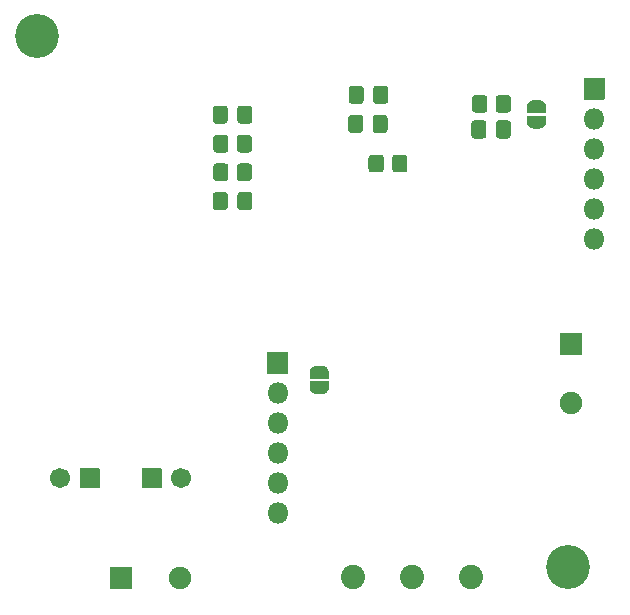
<source format=gbs>
G04 #@! TF.GenerationSoftware,KiCad,Pcbnew,(5.1.8-0-10_14)*
G04 #@! TF.CreationDate,2021-08-13T20:50:48-06:00*
G04 #@! TF.ProjectId,ESP8266_Water_Sensor,45535038-3236-4365-9f57-617465725f53,rev?*
G04 #@! TF.SameCoordinates,Original*
G04 #@! TF.FileFunction,Soldermask,Bot*
G04 #@! TF.FilePolarity,Negative*
%FSLAX46Y46*%
G04 Gerber Fmt 4.6, Leading zero omitted, Abs format (unit mm)*
G04 Created by KiCad (PCBNEW (5.1.8-0-10_14)) date 2021-08-13 20:50:48*
%MOMM*%
%LPD*%
G01*
G04 APERTURE LIST*
%ADD10C,3.716000*%
%ADD11O,1.801600X1.801600*%
%ADD12C,1.901600*%
%ADD13C,0.100000*%
%ADD14C,2.051600*%
%ADD15C,1.701600*%
G04 APERTURE END LIST*
D10*
X252730000Y-125730000D03*
G36*
G01*
X234163200Y-86254583D02*
X234163200Y-85246217D01*
G75*
G02*
X234434817Y-84974600I271617J0D01*
G01*
X235168183Y-84974600D01*
G75*
G02*
X235439800Y-85246217I0J-271617D01*
G01*
X235439800Y-86254583D01*
G75*
G02*
X235168183Y-86526200I-271617J0D01*
G01*
X234434817Y-86526200D01*
G75*
G02*
X234163200Y-86254583I0J271617D01*
G01*
G37*
G36*
G01*
X236238200Y-86254583D02*
X236238200Y-85246217D01*
G75*
G02*
X236509817Y-84974600I271617J0D01*
G01*
X237243183Y-84974600D01*
G75*
G02*
X237514800Y-85246217I0J-271617D01*
G01*
X237514800Y-86254583D01*
G75*
G02*
X237243183Y-86526200I-271617J0D01*
G01*
X236509817Y-86526200D01*
G75*
G02*
X236238200Y-86254583I0J271617D01*
G01*
G37*
G36*
G01*
X234112400Y-88718383D02*
X234112400Y-87710017D01*
G75*
G02*
X234384017Y-87438400I271617J0D01*
G01*
X235117383Y-87438400D01*
G75*
G02*
X235389000Y-87710017I0J-271617D01*
G01*
X235389000Y-88718383D01*
G75*
G02*
X235117383Y-88990000I-271617J0D01*
G01*
X234384017Y-88990000D01*
G75*
G02*
X234112400Y-88718383I0J271617D01*
G01*
G37*
G36*
G01*
X236187400Y-88718383D02*
X236187400Y-87710017D01*
G75*
G02*
X236459017Y-87438400I271617J0D01*
G01*
X237192383Y-87438400D01*
G75*
G02*
X237464000Y-87710017I0J-271617D01*
G01*
X237464000Y-88718383D01*
G75*
G02*
X237192383Y-88990000I-271617J0D01*
G01*
X236459017Y-88990000D01*
G75*
G02*
X236187400Y-88718383I0J271617D01*
G01*
G37*
G36*
G01*
X223933600Y-86922617D02*
X223933600Y-87930983D01*
G75*
G02*
X223661983Y-88202600I-271617J0D01*
G01*
X222928617Y-88202600D01*
G75*
G02*
X222657000Y-87930983I0J271617D01*
G01*
X222657000Y-86922617D01*
G75*
G02*
X222928617Y-86651000I271617J0D01*
G01*
X223661983Y-86651000D01*
G75*
G02*
X223933600Y-86922617I0J-271617D01*
G01*
G37*
G36*
G01*
X226008600Y-86922617D02*
X226008600Y-87930983D01*
G75*
G02*
X225736983Y-88202600I-271617J0D01*
G01*
X225003617Y-88202600D01*
G75*
G02*
X224732000Y-87930983I0J271617D01*
G01*
X224732000Y-86922617D01*
G75*
G02*
X225003617Y-86651000I271617J0D01*
G01*
X225736983Y-86651000D01*
G75*
G02*
X226008600Y-86922617I0J-271617D01*
G01*
G37*
G36*
G01*
X247903400Y-88167217D02*
X247903400Y-89175583D01*
G75*
G02*
X247631783Y-89447200I-271617J0D01*
G01*
X246898417Y-89447200D01*
G75*
G02*
X246626800Y-89175583I0J271617D01*
G01*
X246626800Y-88167217D01*
G75*
G02*
X246898417Y-87895600I271617J0D01*
G01*
X247631783Y-87895600D01*
G75*
G02*
X247903400Y-88167217I0J-271617D01*
G01*
G37*
G36*
G01*
X245828400Y-88167217D02*
X245828400Y-89175583D01*
G75*
G02*
X245556783Y-89447200I-271617J0D01*
G01*
X244823417Y-89447200D01*
G75*
G02*
X244551800Y-89175583I0J271617D01*
G01*
X244551800Y-88167217D01*
G75*
G02*
X244823417Y-87895600I271617J0D01*
G01*
X245556783Y-87895600D01*
G75*
G02*
X245828400Y-88167217I0J-271617D01*
G01*
G37*
G36*
G01*
X226008600Y-94237817D02*
X226008600Y-95246183D01*
G75*
G02*
X225736983Y-95517800I-271617J0D01*
G01*
X225003617Y-95517800D01*
G75*
G02*
X224732000Y-95246183I0J271617D01*
G01*
X224732000Y-94237817D01*
G75*
G02*
X225003617Y-93966200I271617J0D01*
G01*
X225736983Y-93966200D01*
G75*
G02*
X226008600Y-94237817I0J-271617D01*
G01*
G37*
G36*
G01*
X223933600Y-94237817D02*
X223933600Y-95246183D01*
G75*
G02*
X223661983Y-95517800I-271617J0D01*
G01*
X222928617Y-95517800D01*
G75*
G02*
X222657000Y-95246183I0J271617D01*
G01*
X222657000Y-94237817D01*
G75*
G02*
X222928617Y-93966200I271617J0D01*
G01*
X223661983Y-93966200D01*
G75*
G02*
X223933600Y-94237817I0J-271617D01*
G01*
G37*
G36*
G01*
X227242000Y-109308000D02*
X227242000Y-107608000D01*
G75*
G02*
X227292800Y-107557200I50800J0D01*
G01*
X228992800Y-107557200D01*
G75*
G02*
X229043600Y-107608000I0J-50800D01*
G01*
X229043600Y-109308000D01*
G75*
G02*
X228992800Y-109358800I-50800J0D01*
G01*
X227292800Y-109358800D01*
G75*
G02*
X227242000Y-109308000I0J50800D01*
G01*
G37*
D11*
X228142800Y-110998000D03*
X228142800Y-113538000D03*
X228142800Y-116078000D03*
X228142800Y-118618000D03*
X228142800Y-121158000D03*
D12*
X219884000Y-126644400D03*
G36*
G01*
X213933200Y-127544400D02*
X213933200Y-125744400D01*
G75*
G02*
X213984000Y-125693600I50800J0D01*
G01*
X215784000Y-125693600D01*
G75*
G02*
X215834800Y-125744400I0J-50800D01*
G01*
X215834800Y-127544400D01*
G75*
G02*
X215784000Y-127595200I-50800J0D01*
G01*
X213984000Y-127595200D01*
G75*
G02*
X213933200Y-127544400I0J50800D01*
G01*
G37*
G36*
G01*
X252084000Y-105881600D02*
X253884000Y-105881600D01*
G75*
G02*
X253934800Y-105932400I0J-50800D01*
G01*
X253934800Y-107732400D01*
G75*
G02*
X253884000Y-107783200I-50800J0D01*
G01*
X252084000Y-107783200D01*
G75*
G02*
X252033200Y-107732400I0J50800D01*
G01*
X252033200Y-105932400D01*
G75*
G02*
X252084000Y-105881600I50800J0D01*
G01*
G37*
X252984000Y-111832400D03*
D11*
X254965200Y-97942400D03*
X254965200Y-95402400D03*
X254965200Y-92862400D03*
X254965200Y-90322400D03*
X254965200Y-87782400D03*
G36*
G01*
X254064400Y-86092400D02*
X254064400Y-84392400D01*
G75*
G02*
X254115200Y-84341600I50800J0D01*
G01*
X255815200Y-84341600D01*
G75*
G02*
X255866000Y-84392400I0J-50800D01*
G01*
X255866000Y-86092400D01*
G75*
G02*
X255815200Y-86143200I-50800J0D01*
G01*
X254115200Y-86143200D01*
G75*
G02*
X254064400Y-86092400I0J50800D01*
G01*
G37*
D13*
G36*
X232473598Y-110536513D02*
G01*
X232473598Y-110554934D01*
X232473353Y-110559914D01*
X232468543Y-110608745D01*
X232467812Y-110613675D01*
X232458240Y-110661800D01*
X232457028Y-110666637D01*
X232442784Y-110713592D01*
X232441105Y-110718285D01*
X232422328Y-110763618D01*
X232420196Y-110768126D01*
X232397065Y-110811399D01*
X232394503Y-110815673D01*
X232367243Y-110856472D01*
X232364273Y-110860477D01*
X232333145Y-110898406D01*
X232329797Y-110902100D01*
X232295100Y-110936797D01*
X232291406Y-110940145D01*
X232253477Y-110971273D01*
X232249472Y-110974243D01*
X232208673Y-111001503D01*
X232204399Y-111004065D01*
X232161126Y-111027196D01*
X232156618Y-111029328D01*
X232111285Y-111048105D01*
X232106592Y-111049784D01*
X232059637Y-111064028D01*
X232054800Y-111065240D01*
X232006675Y-111074812D01*
X232001745Y-111075543D01*
X231952914Y-111080353D01*
X231947934Y-111080598D01*
X231929513Y-111080598D01*
X231923400Y-111081200D01*
X231423400Y-111081200D01*
X231417287Y-111080598D01*
X231398866Y-111080598D01*
X231393886Y-111080353D01*
X231345055Y-111075543D01*
X231340125Y-111074812D01*
X231292000Y-111065240D01*
X231287163Y-111064028D01*
X231240208Y-111049784D01*
X231235515Y-111048105D01*
X231190182Y-111029328D01*
X231185674Y-111027196D01*
X231142401Y-111004065D01*
X231138127Y-111001503D01*
X231097328Y-110974243D01*
X231093323Y-110971273D01*
X231055394Y-110940145D01*
X231051700Y-110936797D01*
X231017003Y-110902100D01*
X231013655Y-110898406D01*
X230982527Y-110860477D01*
X230979557Y-110856472D01*
X230952297Y-110815673D01*
X230949735Y-110811399D01*
X230926604Y-110768126D01*
X230924472Y-110763618D01*
X230905695Y-110718285D01*
X230904016Y-110713592D01*
X230889772Y-110666637D01*
X230888560Y-110661800D01*
X230878988Y-110613675D01*
X230878257Y-110608745D01*
X230873447Y-110559914D01*
X230873202Y-110554934D01*
X230873202Y-110536513D01*
X230872600Y-110530400D01*
X230872600Y-110030400D01*
X230873576Y-110020489D01*
X230876467Y-110010960D01*
X230881161Y-110002177D01*
X230887479Y-109994479D01*
X230895177Y-109988161D01*
X230903960Y-109983467D01*
X230913489Y-109980576D01*
X230923400Y-109979600D01*
X232423400Y-109979600D01*
X232433311Y-109980576D01*
X232442840Y-109983467D01*
X232451623Y-109988161D01*
X232459321Y-109994479D01*
X232465639Y-110002177D01*
X232470333Y-110010960D01*
X232473224Y-110020489D01*
X232474200Y-110030400D01*
X232474200Y-110530400D01*
X232473598Y-110536513D01*
G37*
G36*
X232473224Y-109740311D02*
G01*
X232470333Y-109749840D01*
X232465639Y-109758623D01*
X232459321Y-109766321D01*
X232451623Y-109772639D01*
X232442840Y-109777333D01*
X232433311Y-109780224D01*
X232423400Y-109781200D01*
X230923400Y-109781200D01*
X230913489Y-109780224D01*
X230903960Y-109777333D01*
X230895177Y-109772639D01*
X230887479Y-109766321D01*
X230881161Y-109758623D01*
X230876467Y-109749840D01*
X230873576Y-109740311D01*
X230872600Y-109730400D01*
X230872600Y-109230400D01*
X230873202Y-109224287D01*
X230873202Y-109205866D01*
X230873447Y-109200886D01*
X230878257Y-109152055D01*
X230878988Y-109147125D01*
X230888560Y-109099000D01*
X230889772Y-109094163D01*
X230904016Y-109047208D01*
X230905695Y-109042515D01*
X230924472Y-108997182D01*
X230926604Y-108992674D01*
X230949735Y-108949401D01*
X230952297Y-108945127D01*
X230979557Y-108904328D01*
X230982527Y-108900323D01*
X231013655Y-108862394D01*
X231017003Y-108858700D01*
X231051700Y-108824003D01*
X231055394Y-108820655D01*
X231093323Y-108789527D01*
X231097328Y-108786557D01*
X231138127Y-108759297D01*
X231142401Y-108756735D01*
X231185674Y-108733604D01*
X231190182Y-108731472D01*
X231235515Y-108712695D01*
X231240208Y-108711016D01*
X231287163Y-108696772D01*
X231292000Y-108695560D01*
X231340125Y-108685988D01*
X231345055Y-108685257D01*
X231393886Y-108680447D01*
X231398866Y-108680202D01*
X231417287Y-108680202D01*
X231423400Y-108679600D01*
X231923400Y-108679600D01*
X231929513Y-108680202D01*
X231947934Y-108680202D01*
X231952914Y-108680447D01*
X232001745Y-108685257D01*
X232006675Y-108685988D01*
X232054800Y-108695560D01*
X232059637Y-108696772D01*
X232106592Y-108711016D01*
X232111285Y-108712695D01*
X232156618Y-108731472D01*
X232161126Y-108733604D01*
X232204399Y-108756735D01*
X232208673Y-108759297D01*
X232249472Y-108786557D01*
X232253477Y-108789527D01*
X232291406Y-108820655D01*
X232295100Y-108824003D01*
X232329797Y-108858700D01*
X232333145Y-108862394D01*
X232364273Y-108900323D01*
X232367243Y-108904328D01*
X232394503Y-108945127D01*
X232397065Y-108949401D01*
X232420196Y-108992674D01*
X232422328Y-108997182D01*
X232441105Y-109042515D01*
X232442784Y-109047208D01*
X232457028Y-109094163D01*
X232458240Y-109099000D01*
X232467812Y-109147125D01*
X232468543Y-109152055D01*
X232473353Y-109200886D01*
X232473598Y-109205866D01*
X232473598Y-109224287D01*
X232474200Y-109230400D01*
X232474200Y-109730400D01*
X232473224Y-109740311D01*
G37*
G36*
X250862824Y-87261311D02*
G01*
X250859933Y-87270840D01*
X250855239Y-87279623D01*
X250848921Y-87287321D01*
X250841223Y-87293639D01*
X250832440Y-87298333D01*
X250822911Y-87301224D01*
X250813000Y-87302200D01*
X249313000Y-87302200D01*
X249303089Y-87301224D01*
X249293560Y-87298333D01*
X249284777Y-87293639D01*
X249277079Y-87287321D01*
X249270761Y-87279623D01*
X249266067Y-87270840D01*
X249263176Y-87261311D01*
X249262200Y-87251400D01*
X249262200Y-86751400D01*
X249262802Y-86745287D01*
X249262802Y-86726866D01*
X249263047Y-86721886D01*
X249267857Y-86673055D01*
X249268588Y-86668125D01*
X249278160Y-86620000D01*
X249279372Y-86615163D01*
X249293616Y-86568208D01*
X249295295Y-86563515D01*
X249314072Y-86518182D01*
X249316204Y-86513674D01*
X249339335Y-86470401D01*
X249341897Y-86466127D01*
X249369157Y-86425328D01*
X249372127Y-86421323D01*
X249403255Y-86383394D01*
X249406603Y-86379700D01*
X249441300Y-86345003D01*
X249444994Y-86341655D01*
X249482923Y-86310527D01*
X249486928Y-86307557D01*
X249527727Y-86280297D01*
X249532001Y-86277735D01*
X249575274Y-86254604D01*
X249579782Y-86252472D01*
X249625115Y-86233695D01*
X249629808Y-86232016D01*
X249676763Y-86217772D01*
X249681600Y-86216560D01*
X249729725Y-86206988D01*
X249734655Y-86206257D01*
X249783486Y-86201447D01*
X249788466Y-86201202D01*
X249806887Y-86201202D01*
X249813000Y-86200600D01*
X250313000Y-86200600D01*
X250319113Y-86201202D01*
X250337534Y-86201202D01*
X250342514Y-86201447D01*
X250391345Y-86206257D01*
X250396275Y-86206988D01*
X250444400Y-86216560D01*
X250449237Y-86217772D01*
X250496192Y-86232016D01*
X250500885Y-86233695D01*
X250546218Y-86252472D01*
X250550726Y-86254604D01*
X250593999Y-86277735D01*
X250598273Y-86280297D01*
X250639072Y-86307557D01*
X250643077Y-86310527D01*
X250681006Y-86341655D01*
X250684700Y-86345003D01*
X250719397Y-86379700D01*
X250722745Y-86383394D01*
X250753873Y-86421323D01*
X250756843Y-86425328D01*
X250784103Y-86466127D01*
X250786665Y-86470401D01*
X250809796Y-86513674D01*
X250811928Y-86518182D01*
X250830705Y-86563515D01*
X250832384Y-86568208D01*
X250846628Y-86615163D01*
X250847840Y-86620000D01*
X250857412Y-86668125D01*
X250858143Y-86673055D01*
X250862953Y-86721886D01*
X250863198Y-86726866D01*
X250863198Y-86745287D01*
X250863800Y-86751400D01*
X250863800Y-87251400D01*
X250862824Y-87261311D01*
G37*
G36*
X250863198Y-88057513D02*
G01*
X250863198Y-88075934D01*
X250862953Y-88080914D01*
X250858143Y-88129745D01*
X250857412Y-88134675D01*
X250847840Y-88182800D01*
X250846628Y-88187637D01*
X250832384Y-88234592D01*
X250830705Y-88239285D01*
X250811928Y-88284618D01*
X250809796Y-88289126D01*
X250786665Y-88332399D01*
X250784103Y-88336673D01*
X250756843Y-88377472D01*
X250753873Y-88381477D01*
X250722745Y-88419406D01*
X250719397Y-88423100D01*
X250684700Y-88457797D01*
X250681006Y-88461145D01*
X250643077Y-88492273D01*
X250639072Y-88495243D01*
X250598273Y-88522503D01*
X250593999Y-88525065D01*
X250550726Y-88548196D01*
X250546218Y-88550328D01*
X250500885Y-88569105D01*
X250496192Y-88570784D01*
X250449237Y-88585028D01*
X250444400Y-88586240D01*
X250396275Y-88595812D01*
X250391345Y-88596543D01*
X250342514Y-88601353D01*
X250337534Y-88601598D01*
X250319113Y-88601598D01*
X250313000Y-88602200D01*
X249813000Y-88602200D01*
X249806887Y-88601598D01*
X249788466Y-88601598D01*
X249783486Y-88601353D01*
X249734655Y-88596543D01*
X249729725Y-88595812D01*
X249681600Y-88586240D01*
X249676763Y-88585028D01*
X249629808Y-88570784D01*
X249625115Y-88569105D01*
X249579782Y-88550328D01*
X249575274Y-88548196D01*
X249532001Y-88525065D01*
X249527727Y-88522503D01*
X249486928Y-88495243D01*
X249482923Y-88492273D01*
X249444994Y-88461145D01*
X249441300Y-88457797D01*
X249406603Y-88423100D01*
X249403255Y-88419406D01*
X249372127Y-88381477D01*
X249369157Y-88377472D01*
X249341897Y-88336673D01*
X249339335Y-88332399D01*
X249316204Y-88289126D01*
X249314072Y-88284618D01*
X249295295Y-88239285D01*
X249293616Y-88234592D01*
X249279372Y-88187637D01*
X249278160Y-88182800D01*
X249268588Y-88134675D01*
X249267857Y-88129745D01*
X249263047Y-88080914D01*
X249262802Y-88075934D01*
X249262802Y-88057513D01*
X249262200Y-88051400D01*
X249262200Y-87551400D01*
X249263176Y-87541489D01*
X249266067Y-87531960D01*
X249270761Y-87523177D01*
X249277079Y-87515479D01*
X249284777Y-87509161D01*
X249293560Y-87504467D01*
X249303089Y-87501576D01*
X249313000Y-87500600D01*
X250813000Y-87500600D01*
X250822911Y-87501576D01*
X250832440Y-87504467D01*
X250841223Y-87509161D01*
X250848921Y-87515479D01*
X250855239Y-87523177D01*
X250859933Y-87531960D01*
X250862824Y-87541489D01*
X250863800Y-87551400D01*
X250863800Y-88051400D01*
X250863198Y-88057513D01*
G37*
G36*
G01*
X222682000Y-90370235D02*
X222682000Y-89410965D01*
G75*
G02*
X222953165Y-89139800I271165J0D01*
G01*
X223712435Y-89139800D01*
G75*
G02*
X223983600Y-89410965I0J-271165D01*
G01*
X223983600Y-90370235D01*
G75*
G02*
X223712435Y-90641400I-271165J0D01*
G01*
X222953165Y-90641400D01*
G75*
G02*
X222682000Y-90370235I0J271165D01*
G01*
G37*
G36*
G01*
X224682000Y-90370235D02*
X224682000Y-89410965D01*
G75*
G02*
X224953165Y-89139800I271165J0D01*
G01*
X225712435Y-89139800D01*
G75*
G02*
X225983600Y-89410965I0J-271165D01*
G01*
X225983600Y-90370235D01*
G75*
G02*
X225712435Y-90641400I-271165J0D01*
G01*
X224953165Y-90641400D01*
G75*
G02*
X224682000Y-90370235I0J271165D01*
G01*
G37*
G36*
G01*
X244602200Y-86992035D02*
X244602200Y-86032765D01*
G75*
G02*
X244873365Y-85761600I271165J0D01*
G01*
X245632635Y-85761600D01*
G75*
G02*
X245903800Y-86032765I0J-271165D01*
G01*
X245903800Y-86992035D01*
G75*
G02*
X245632635Y-87263200I-271165J0D01*
G01*
X244873365Y-87263200D01*
G75*
G02*
X244602200Y-86992035I0J271165D01*
G01*
G37*
G36*
G01*
X246602200Y-86992035D02*
X246602200Y-86032765D01*
G75*
G02*
X246873365Y-85761600I271165J0D01*
G01*
X247632635Y-85761600D01*
G75*
G02*
X247903800Y-86032765I0J-271165D01*
G01*
X247903800Y-86992035D01*
G75*
G02*
X247632635Y-87263200I-271165J0D01*
G01*
X246873365Y-87263200D01*
G75*
G02*
X246602200Y-86992035I0J271165D01*
G01*
G37*
G36*
G01*
X222682000Y-92783235D02*
X222682000Y-91823965D01*
G75*
G02*
X222953165Y-91552800I271165J0D01*
G01*
X223712435Y-91552800D01*
G75*
G02*
X223983600Y-91823965I0J-271165D01*
G01*
X223983600Y-92783235D01*
G75*
G02*
X223712435Y-93054400I-271165J0D01*
G01*
X222953165Y-93054400D01*
G75*
G02*
X222682000Y-92783235I0J271165D01*
G01*
G37*
G36*
G01*
X224682000Y-92783235D02*
X224682000Y-91823965D01*
G75*
G02*
X224953165Y-91552800I271165J0D01*
G01*
X225712435Y-91552800D01*
G75*
G02*
X225983600Y-91823965I0J-271165D01*
G01*
X225983600Y-92783235D01*
G75*
G02*
X225712435Y-93054400I-271165J0D01*
G01*
X224953165Y-93054400D01*
G75*
G02*
X224682000Y-92783235I0J271165D01*
G01*
G37*
G36*
G01*
X237839200Y-92046635D02*
X237839200Y-91087365D01*
G75*
G02*
X238110365Y-90816200I271165J0D01*
G01*
X238869635Y-90816200D01*
G75*
G02*
X239140800Y-91087365I0J-271165D01*
G01*
X239140800Y-92046635D01*
G75*
G02*
X238869635Y-92317800I-271165J0D01*
G01*
X238110365Y-92317800D01*
G75*
G02*
X237839200Y-92046635I0J271165D01*
G01*
G37*
G36*
G01*
X235839200Y-92046635D02*
X235839200Y-91087365D01*
G75*
G02*
X236110365Y-90816200I271165J0D01*
G01*
X236869635Y-90816200D01*
G75*
G02*
X237140800Y-91087365I0J-271165D01*
G01*
X237140800Y-92046635D01*
G75*
G02*
X236869635Y-92317800I-271165J0D01*
G01*
X236110365Y-92317800D01*
G75*
G02*
X235839200Y-92046635I0J271165D01*
G01*
G37*
D14*
X234492800Y-126593600D03*
X239492800Y-126593600D03*
X244492800Y-126593600D03*
D15*
X209742400Y-118211600D03*
G36*
G01*
X213093200Y-117411600D02*
X213093200Y-119011600D01*
G75*
G02*
X213042400Y-119062400I-50800J0D01*
G01*
X211442400Y-119062400D01*
G75*
G02*
X211391600Y-119011600I0J50800D01*
G01*
X211391600Y-117411600D01*
G75*
G02*
X211442400Y-117360800I50800J0D01*
G01*
X213042400Y-117360800D01*
G75*
G02*
X213093200Y-117411600I0J-50800D01*
G01*
G37*
G36*
G01*
X216624000Y-119011600D02*
X216624000Y-117411600D01*
G75*
G02*
X216674800Y-117360800I50800J0D01*
G01*
X218274800Y-117360800D01*
G75*
G02*
X218325600Y-117411600I0J-50800D01*
G01*
X218325600Y-119011600D01*
G75*
G02*
X218274800Y-119062400I-50800J0D01*
G01*
X216674800Y-119062400D01*
G75*
G02*
X216624000Y-119011600I0J50800D01*
G01*
G37*
X219974800Y-118211600D03*
D10*
X207772000Y-80772000D03*
M02*

</source>
